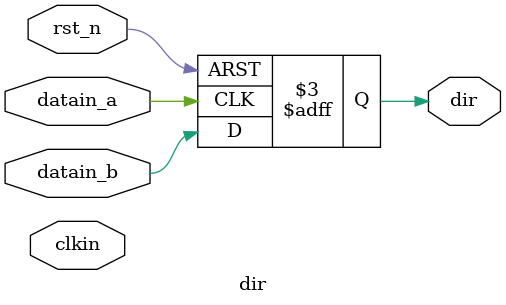
<source format=v>
module dir
(
	input clkin, 				// 基准时钟信号
	input datain_a, 				// 被测时钟信号
	input datain_b, 				// 被测时钟信号
	input rst_n ,     		// 复位信号 
	output reg dir	// 方向

);
always @ (posedge datain_a or negedge rst_n)
begin
	if(!rst_n)
	dir <= 1'b0;
	else
	dir <= datain_b;
end

endmodule
</source>
